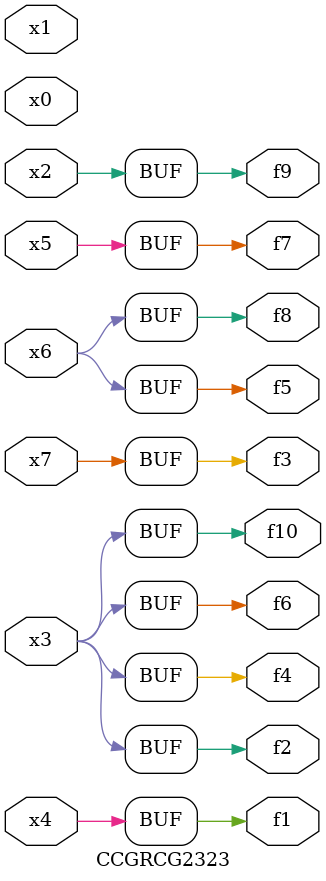
<source format=v>
module CCGRCG2323(
	input x0, x1, x2, x3, x4, x5, x6, x7,
	output f1, f2, f3, f4, f5, f6, f7, f8, f9, f10
);
	assign f1 = x4;
	assign f2 = x3;
	assign f3 = x7;
	assign f4 = x3;
	assign f5 = x6;
	assign f6 = x3;
	assign f7 = x5;
	assign f8 = x6;
	assign f9 = x2;
	assign f10 = x3;
endmodule

</source>
